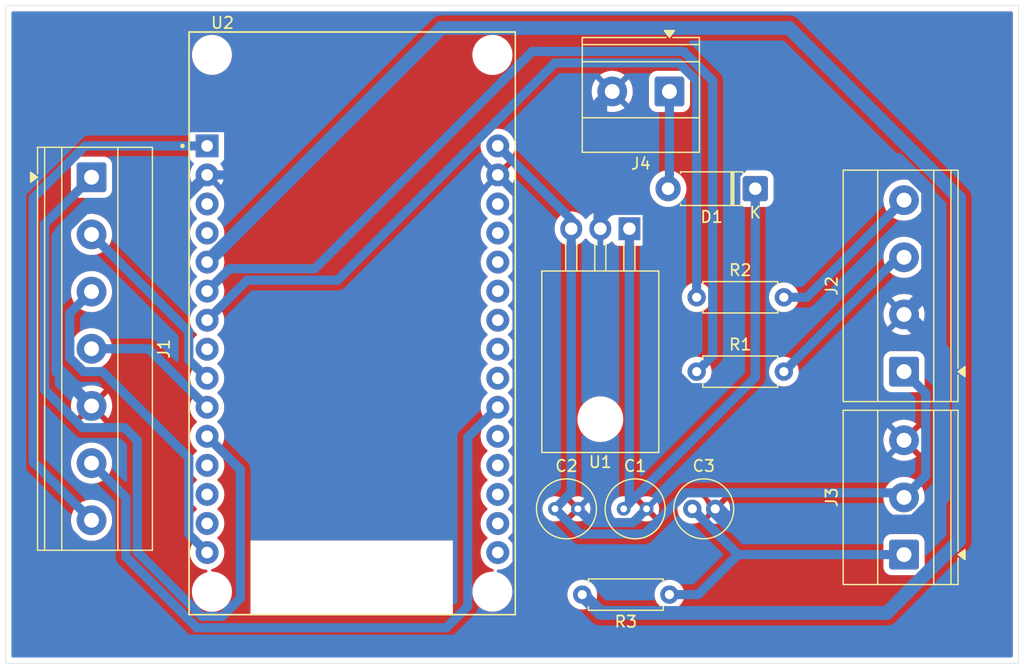
<source format=kicad_pcb>
(kicad_pcb (version 20241229) (generator "pcbnew") (generator_version "9.0")
  (title_block (title "Security Door Lock System") (date "2025-09-22") (rev "0"))
  (layers (0 "F.Cu" signal) (2 "B.Cu" signal) (13 "F.Paste" user) (15 "B.Paste" user) (5 "F.SilkS" user "F.Silkscreen") (7 "B.SilkS" user "B.Silkscreen") (1 "F.Mask" user) (3 "B.Mask" user) (25 "Edge.Cuts" user))
  (net 0 "")
  (net 1 "GND")
  (net 2 "/Servo Signal")
  (net 3 "/VCC")
  (net 4 "/RST")
  (net 5 "/MOSI")
  (net 6 "/MISO")
  (net 7 "/3v3")
  (net 8 "/SCK")
  (net 9 "/SDA")
  (net 10 "/Transmitter")
  (net 11 "/Receiver")
  (net 12 "Net-(U2-RX2)")
  (net 13 "Net-(U2-TX2)")
  (net 14 "Net-(U2-D4)")
  (net 33 "/5V")
  (net 34 "Net-(D1-A)")
  (footprint "Resistor_THT:R_Axial_DIN0207_L6.3mm_D2.5mm_P7.62mm_Horizontal" (layer "F.Cu") (at 146 104.5 180)
    (property "Reference" "R3" (at 3.81 -2.37 0) (layer "F.SilkS"))
    (property "Value" "1k")
    (fp_line (start 7.08 1.37) (end 7.08 1.04) (stroke (width 0.12)) (layer "F.SilkS"))
    (fp_line (start 7.08 -1.37) (end 7.08 -1.04) (stroke (width 0.12)) (layer "F.SilkS"))
    (fp_line (start 0.54 1.37) (end 7.08 1.37) (stroke (width 0.12)) (layer "F.SilkS"))
    (fp_line (start 0.54 1.04) (end 0.54 1.37) (stroke (width 0.12)) (layer "F.SilkS"))
    (fp_line (start 0.54 -1.04) (end 0.54 -1.37) (stroke (width 0.12)) (layer "F.SilkS"))
    (fp_line (start 0.54 -1.37) (end 7.08 -1.37) (stroke (width 0.12)) (layer "F.SilkS"))
    (pad "1" thru_hole circle (at 0 0 180) (size 1.6 1.6) (drill 0.8) (layers "*.Cu" "*.Mask") (net 2 "/Servo Signal"))
    (pad "2" thru_hole circle (at 7.62 0 180) (size 1.6 1.6) (drill 0.8) (layers "*.Cu" "*.Mask") (net 14 "Net-(U2-D4)"))
  )
  (footprint "TerminalBlock_Phoenix:TerminalBlock_Phoenix_MKDS-1,5-4_1x04_P5.00mm_Horizontal" (layer "F.Cu") (at 166.5 85 90)
    (property "Reference" "J2" (at 7.5 -6.32 90) (layer "F.SilkS"))
    (property "Value" "R307s")
    (fp_line (start 17.62 -5.32) (end 17.62 4.72) (stroke (width 0.12)) (layer "F.SilkS"))
    (fp_line (start -2.62 -5.32) (end 17.62 -5.32) (stroke (width 0.12)) (layer "F.SilkS"))
    (fp_line (start -2.62 -2.3) (end 17.62 -2.3) (stroke (width 0.12)) (layer "F.SilkS"))
    (fp_line (start -2.62 2.6) (end 17.62 2.6) (stroke (width 0.12)) (layer "F.SilkS"))
    (fp_line (start -2.62 4.1) (end 17.62 4.1) (stroke (width 0.12)) (layer "F.SilkS"))
    (fp_line (start 17.62 4.72) (end 0.3 4.72) (stroke (width 0.12)) (layer "F.SilkS"))
    (fp_line (start -0.3 4.72) (end -2.62 4.72) (stroke (width 0.12)) (layer "F.SilkS"))
    (fp_line (start -2.62 4.72) (end -2.62 -5.32) (stroke (width 0.12)) (layer "F.SilkS"))
    (fp_poly (pts (xy 0 4.72) (xy 0.44 5.33) (xy -0.44 5.33)) (stroke (width 0.12)) (fill yes) (layer "F.SilkS"))
    (pad "1" thru_hole roundrect (at 0 0 90) (size 2.6 2.6) (drill 1.3) (layers "*.Cu" "*.Mask") (roundrect_rratio 0.096154) (net 33 "/5V"))
    (pad "2" thru_hole circle (at 5 0 90) (size 2.6 2.6) (drill 1.3) (layers "*.Cu" "*.Mask") (net 1 "GND"))
    (pad "3" thru_hole circle (at 10 0 90) (size 2.6 2.6) (drill 1.3) (layers "*.Cu" "*.Mask") (net 11 "/Receiver"))
    (pad "4" thru_hole circle (at 15 0 90) (size 2.6 2.6) (drill 1.3) (layers "*.Cu" "*.Mask") (net 10 "/Transmitter"))
  )
  (footprint "Resistor_THT:R_Axial_DIN0207_L6.3mm_D2.5mm_P7.62mm_Horizontal" (layer "F.Cu") (at 148.38 85)
    (property "Reference" "R1" (at 3.81 -2.37 0) (layer "F.SilkS"))
    (property "Value" "10k")
    (fp_line (start 0.54 -1.37) (end 7.08 -1.37) (stroke (width 0.12)) (layer "F.SilkS"))
    (fp_line (start 0.54 -1.04) (end 0.54 -1.37) (stroke (width 0.12)) (layer "F.SilkS"))
    (fp_line (start 0.54 1.04) (end 0.54 1.37) (stroke (width 0.12)) (layer "F.SilkS"))
    (fp_line (start 0.54 1.37) (end 7.08 1.37) (stroke (width 0.12)) (layer "F.SilkS"))
    (fp_line (start 7.08 -1.37) (end 7.08 -1.04) (stroke (width 0.12)) (layer "F.SilkS"))
    (fp_line (start 7.08 1.37) (end 7.08 1.04) (stroke (width 0.12)) (layer "F.SilkS"))
    (pad "1" thru_hole circle (at 0 0) (size 1.6 1.6) (drill 0.8) (layers "*.Cu" "*.Mask") (net 12 "Net-(U2-RX2)"))
    (pad "2" thru_hole circle (at 7.62 0) (size 1.6 1.6) (drill 0.8) (layers "*.Cu" "*.Mask") (net 11 "/Receiver"))
  )
  (footprint "Capacitor_THT:C_Radial_D5.0mm_H7.0mm_P2.00mm" (layer "F.Cu") (at 136 97)
    (property "Reference" "C2" (at 1 -3.75 0) (layer "F.SilkS"))
    (property "Value" "50uF")
    (fp_circle (center 1 0) (end 3.62 0) (stroke (width 0.12)) (fill no) (layer "F.SilkS"))
    (pad "1" thru_hole circle (at 0 0) (size 1.2 1.2) (drill 0.6) (layers "*.Cu" "*.Mask") (net 33 "/5V"))
    (pad "2" thru_hole circle (at 2 0) (size 1.2 1.2) (drill 0.6) (layers "*.Cu" "*.Mask") (net 1 "GND"))
  )
  (footprint "TerminalBlock_Phoenix:TerminalBlock_Phoenix_MKDS-1,5-2_1x02_P5.00mm_Horizontal" (layer "F.Cu") (at 146 60.5 180)
    (property "Reference" "J4" (at 2.5 -6.32 0) (layer "F.SilkS"))
    (property "Value" "Power In")
    (fp_line (start 7.62 4.72) (end 0.3 4.72) (stroke (width 0.12)) (layer "F.SilkS"))
    (fp_line (start 7.62 -5.32) (end 7.62 4.72) (stroke (width 0.12)) (layer "F.SilkS"))
    (fp_line (start -0.3 4.72) (end -2.62 4.72) (stroke (width 0.12)) (layer "F.SilkS"))
    (fp_line (start -2.62 4.72) (end -2.62 -5.32) (stroke (width 0.12)) (layer "F.SilkS"))
    (fp_line (start -2.62 4.1) (end 7.62 4.1) (stroke (width 0.12)) (layer "F.SilkS"))
    (fp_line (start -2.62 2.6) (end 7.62 2.6) (stroke (width 0.12)) (layer "F.SilkS"))
    (fp_line (start -2.62 -2.3) (end 7.62 -2.3) (stroke (width 0.12)) (layer "F.SilkS"))
    (fp_line (start -2.62 -5.32) (end 7.62 -5.32) (stroke (width 0.12)) (layer "F.SilkS"))
    (fp_poly (pts (xy 0 4.72) (xy 0.44 5.33) (xy -0.44 5.33)) (stroke (width 0.12)) (fill yes) (layer "F.SilkS"))
    (pad "1" thru_hole roundrect (at 0 0 180) (size 2.6 2.6) (drill 1.3) (layers "*.Cu" "*.Mask") (roundrect_rratio 0.096154) (net 34 "Net-(D1-A)"))
    (pad "2" thru_hole circle (at 5 0 180) (size 2.6 2.6) (drill 1.3) (layers "*.Cu" "*.Mask") (net 1 "GND"))
  )
  (footprint "Capacitor_THT:C_Radial_D5.0mm_H11.0mm_P2.00mm" (layer "F.Cu") (at 148 97)
    (property "Reference" "C3" (at 1 -3.75 0) (layer "F.SilkS"))
    (property "Value" "1uF")
    (fp_circle (center 1 0) (end 3.62 0) (stroke (width 0.12)) (fill no) (layer "F.SilkS"))
    (pad "1" thru_hole circle (at 0 0) (size 1.6 1.6) (drill 0.8) (layers "*.Cu" "*.Mask") (net 2 "/Servo Signal"))
    (pad "2" thru_hole circle (at 2 0) (size 1.6 1.6) (drill 0.8) (layers "*.Cu" "*.Mask") (net 1 "GND"))
  )
  (footprint "TerminalBlock_Phoenix:TerminalBlock_Phoenix_MKDS-1,5-3_1x03_P5.00mm_Horizontal" (layer "F.Cu") (at 166.5 101 90)
    (property "Reference" "J3" (at 5 -6.32 90) (layer "F.SilkS"))
    (property "Value" "Servo")
    (fp_line (start 12.62 -5.32) (end 12.62 4.72) (stroke (width 0.12)) (layer "F.SilkS"))
    (fp_line (start -2.62 -5.32) (end 12.62 -5.32) (stroke (width 0.12)) (layer "F.SilkS"))
    (fp_line (start -2.62 -2.3) (end 12.62 -2.3) (stroke (width 0.12)) (layer "F.SilkS"))
    (fp_line (start -2.62 2.6) (end 12.62 2.6) (stroke (width 0.12)) (layer "F.SilkS"))
    (fp_line (start -2.62 4.1) (end 12.62 4.1) (stroke (width 0.12)) (layer "F.SilkS"))
    (fp_line (start 12.62 4.72) (end 0.3 4.72) (stroke (width 0.12)) (layer "F.SilkS"))
    (fp_line (start -0.3 4.72) (end -2.62 4.72) (stroke (width 0.12)) (layer "F.SilkS"))
    (fp_line (start -2.62 4.72) (end -2.62 -5.32) (stroke (width 0.12)) (layer "F.SilkS"))
    (fp_poly (pts (xy 0 4.72) (xy 0.44 5.33) (xy -0.44 5.33)) (stroke (width 0.12)) (fill yes) (layer "F.SilkS"))
    (pad "1" thru_hole roundrect (at 0 0 90) (size 2.6 2.6) (drill 1.3) (layers "*.Cu" "*.Mask") (roundrect_rratio 0.096154) (net 2 "/Servo Signal"))
    (pad "2" thru_hole circle (at 5 0 90) (size 2.6 2.6) (drill 1.3) (layers "*.Cu" "*.Mask") (net 33 "/5V"))
    (pad "3" thru_hole circle (at 10 0 90) (size 2.6 2.6) (drill 1.3) (layers "*.Cu" "*.Mask") (net 1 "GND"))
  )
  (footprint "Resistor_THT:R_Axial_DIN0207_L6.3mm_D2.5mm_P7.62mm_Horizontal" (layer "F.Cu") (at 148.38 78.5)
    (property "Reference" "R2" (at 3.81 -2.37 0) (layer "F.SilkS"))
    (property "Value" "10k")
    (fp_line (start 0.54 -1.37) (end 7.08 -1.37) (stroke (width 0.12)) (layer "F.SilkS"))
    (fp_line (start 0.54 -1.04) (end 0.54 -1.37) (stroke (width 0.12)) (layer "F.SilkS"))
    (fp_line (start 0.54 1.04) (end 0.54 1.37) (stroke (width 0.12)) (layer "F.SilkS"))
    (fp_line (start 0.54 1.37) (end 7.08 1.37) (stroke (width 0.12)) (layer "F.SilkS"))
    (fp_line (start 7.08 -1.37) (end 7.08 -1.04) (stroke (width 0.12)) (layer "F.SilkS"))
    (fp_line (start 7.08 1.37) (end 7.08 1.04) (stroke (width 0.12)) (layer "F.SilkS"))
    (pad "1" thru_hole circle (at 0 0) (size 1.6 1.6) (drill 0.8) (layers "*.Cu" "*.Mask") (net 13 "Net-(U2-TX2)"))
    (pad "2" thru_hole circle (at 7.62 0) (size 1.6 1.6) (drill 0.8) (layers "*.Cu" "*.Mask") (net 10 "/Transmitter"))
  )
  (footprint "Diode_THT:D_DO-41_SOD81_P7.62mm_Horizontal" (layer "F.Cu") (at 153.5 69 180)
    (property "Reference" "D1" (at 3.81 -2.47 0) (layer "F.SilkS"))
    (property "Value" "1N5817")
    (fp_line (start 6.53 1.47) (end 6.53 1.34) (stroke (width 0.12)) (layer "F.SilkS"))
    (fp_line (start 6.53 -1.47) (end 6.53 -1.34) (stroke (width 0.12)) (layer "F.SilkS"))
    (fp_line (start 2.11 -1.47) (end 2.11 1.47) (stroke (width 0.12)) (layer "F.SilkS"))
    (fp_line (start 1.99 -1.47) (end 1.99 1.47) (stroke (width 0.12)) (layer "F.SilkS"))
    (fp_line (start 1.87 -1.47) (end 1.87 1.47) (stroke (width 0.12)) (layer "F.SilkS"))
    (fp_line (start 1.09 1.47) (end 6.53 1.47) (stroke (width 0.12)) (layer "F.SilkS"))
    (fp_line (start 1.09 1.34) (end 1.09 1.47) (stroke (width 0.12)) (layer "F.SilkS"))
    (fp_line (start 1.09 -1.34) (end 1.09 -1.47) (stroke (width 0.12)) (layer "F.SilkS"))
    (fp_line (start 1.09 -1.47) (end 6.53 -1.47) (stroke (width 0.12)) (layer "F.SilkS"))
    (fp_text user "K" (at 0 -2.1 0) (layer "F.SilkS"))
    (pad "1" thru_hole roundrect (at 0 0 180) (size 2.2 2.2) (drill 1.1) (layers "*.Cu" "*.Mask") (roundrect_rratio 0.113636) (net 3 "/VCC"))
    (pad "2" thru_hole circle (at 7.62 0 180) (size 2.2 2.2) (drill 1.1) (layers "*.Cu" "*.Mask") (net 34 "Net-(D1-A)"))
  )
  (footprint "footprints:MODULE_ESP32_DEVKIT_V1" (layer "F.Cu") (at 118.3 80.775)
    (property "Reference" "U2" (at -11.355 -26.275 0) (layer "F.SilkS"))
    (property "Value" "ESP32-DEVKIT-V1")
    (fp_line (start -14.28 -25.475) (end -3.211 -25.475) (stroke (width 0.127)) (layer "F.SilkS"))
    (fp_line (start -14.28 -25.475) (end 14.23 -25.475) (stroke (width 0.127)) (layer "F.SilkS"))
    (fp_line (start -14.28 25.475) (end -14.28 -25.475) (stroke (width 0.127)) (layer "F.SilkS"))
    (fp_line (start -14.28 25.475) (end -14.28 -25.475) (stroke (width 0.127)) (layer "F.SilkS"))
    (fp_line (start -14.28 25.475) (end -8.91 25.475) (stroke (width 0.127)) (layer "F.SilkS"))
    (fp_line (start -8.91 25.475) (end 8.78 25.475) (stroke (width 0.127)) (layer "F.SilkS"))
    (fp_line (start -3.211 -25.475) (end 3.5 -25.475) (stroke (width 0.127)) (layer "F.SilkS"))
    (fp_line (start 3.5 -25.475) (end 14.23 -25.475) (stroke (width 0.127)) (layer "F.SilkS"))
    (fp_line (start 8.78 25.475) (end 14.23 25.475) (stroke (width 0.127)) (layer "F.SilkS"))
    (fp_line (start 14.23 -25.475) (end 14.23 25.475) (stroke (width 0.127)) (layer "F.SilkS"))
    (fp_line (start 14.23 -25.475) (end 14.23 25.475) (stroke (width 0.127)) (layer "F.SilkS"))
    (fp_line (start 14.23 25.475) (end -14.28 25.475) (stroke (width 0.127)) (layer "F.SilkS"))
    (fp_circle (center -14.85 -15.515) (end -14.75 -15.515) (stroke (width 0.2)) (fill no) (layer "F.SilkS"))
    (pad "" np_thru_hole circle (at -12.28 -23.475) (size 3 3) (drill 3) (layers "*.Cu" "*.Mask"))
    (pad "" np_thru_hole circle (at -12.28 23.475) (size 3 3) (drill 3) (layers "*.Cu" "*.Mask"))
    (pad "" np_thru_hole circle (at 12.23 -23.475) (size 3 3) (drill 3) (layers "*.Cu" "*.Mask"))
    (pad "" np_thru_hole circle (at 12.23 23.475) (size 3 3) (drill 3) (layers "*.Cu" "*.Mask"))
    (pad "1" thru_hole rect (at -12.7 -15.515) (size 2 2) (drill 1.02) (layers "*.Cu" "*.Mask") (net 7 "/3v3"))
    (pad "2" thru_hole circle (at -12.7 -12.975) (size 2 2) (drill 1.02) (layers "*.Cu" "*.Mask") (net 1 "GND"))
    (pad "3" thru_hole circle (at -12.7 -10.435) (size 2 2) (drill 1.02) (layers "*.Cu" "*.Mask"))
    (pad "4" thru_hole circle (at -12.7 -7.895) (size 2 2) (drill 1.02) (layers "*.Cu" "*.Mask"))
    (pad "5" thru_hole circle (at -12.7 -5.355) (size 2 2) (drill 1.02) (layers "*.Cu" "*.Mask") (net 14 "Net-(U2-D4)"))
    (pad "6" thru_hole circle (at -12.7 -2.815) (size 2 2) (drill 1.02) (layers "*.Cu" "*.Mask") (net 12 "Net-(U2-RX2)"))
    (pad "7" thru_hole circle (at -12.7 -0.275) (size 2 2) (drill 1.02) (layers "*.Cu" "*.Mask") (net 13 "Net-(U2-TX2)"))
    (pad "8" thru_hole circle (at -12.7 2.265) (size 2 2) (drill 1.02) (layers "*.Cu" "*.Mask"))
    (pad "9" thru_hole circle (at -12.7 4.805) (size 2 2) (drill 1.02) (layers "*.Cu" "*.Mask") (net 8 "/SCK"))
    (pad "10" thru_hole circle (at -12.7 7.345) (size 2 2) (drill 1.02) (layers "*.Cu" "*.Mask") (net 6 "/MISO"))
    (pad "11" thru_hole circle (at -12.7 9.885) (size 2 2) (drill 1.02) (layers "*.Cu" "*.Mask") (net 9 "/SDA"))
    (pad "12" thru_hole circle (at -12.7 12.425) (size 2 2) (drill 1.02) (layers "*.Cu" "*.Mask"))
    (pad "13" thru_hole circle (at -12.7 14.965) (size 2 2) (drill 1.02) (layers "*.Cu" "*.Mask"))
    (pad "14" thru_hole circle (at -12.7 17.505) (size 2 2) (drill 1.02) (layers "*.Cu" "*.Mask"))
    (pad "15" thru_hole circle (at -12.7 20.045) (size 2 2) (drill 1.02) (layers "*.Cu" "*.Mask") (net 5 "/MOSI"))
    (pad "16" thru_hole circle (at 12.7 20.045) (size 2 2) (drill 1.02) (layers "*.Cu" "*.Mask"))
    (pad "17" thru_hole circle (at 12.7 17.505) (size 2 2) (drill 1.02) (layers "*.Cu" "*.Mask"))
    (pad "18" thru_hole circle (at 12.7 14.965) (size 2 2) (drill 1.02) (layers "*.Cu" "*.Mask"))
    (pad "19" thru_hole circle (at 12.7 12.425) (size 2 2) (drill 1.02) (layers "*.Cu" "*.Mask"))
    (pad "20" thru_hole circle (at 12.7 9.885) (size 2 2) (drill 1.02) (layers "*.Cu" "*.Mask"))
    (pad "21" thru_hole circle (at 12.7 7.345) (size 2 2) (drill 1.02) (layers "*.Cu" "*.Mask") (net 4 "/RST"))
    (pad "22" thru_hole circle (at 12.7 4.805) (size 2 2) (drill 1.02) (layers "*.Cu" "*.Mask"))
    (pad "23" thru_hole circle (at 12.7 2.265) (size 2 2) (drill 1.02) (layers "*.Cu" "*.Mask"))
    (pad "24" thru_hole circle (at 12.7 -0.275) (size 2 2) (drill 1.02) (layers "*.Cu" "*.Mask"))
    (pad "25" thru_hole circle (at 12.7 -2.815) (size 2 2) (drill 1.02) (layers "*.Cu" "*.Mask"))
    (pad "26" thru_hole circle (at 12.7 -5.355) (size 2 2) (drill 1.02) (layers "*.Cu" "*.Mask"))
    (pad "27" thru_hole circle (at 12.7 -7.895) (size 2 2) (drill 1.02) (layers "*.Cu" "*.Mask"))
    (pad "28" thru_hole circle (at 12.7 -10.435) (size 2 2) (drill 1.02) (layers "*.Cu" "*.Mask"))
    (pad "29" thru_hole circle (at 12.7 -12.975) (size 2 2) (drill 1.02) (layers "*.Cu" "*.Mask") (net 1 "GND"))
    (pad "30" thru_hole circle (at 12.7 -15.515) (size 2 2) (drill 1.02) (layers "*.Cu" "*.Mask") (net 33 "/5V"))
    (zone (net 0) (net_name "") (layer "F.Cu") (connect_pads (clearance 0)) (min_thickness 0.01)
      (keepout (tracks not_allowed) (vias not_allowed) (pads not_allowed) (copperpour not_allowed) (footprints allowed))
      (fill (thermal_gap 0.508) (thermal_bridge_width 0.508))
      (polygon (pts (xy 109.39 99.76) (xy 127.08 99.76) (xy 127.08 106.25) (xy 109.39 106.25)))
    )
    (zone (net 0) (net_name "") (layer "B.Cu") (connect_pads (clearance 0)) (min_thickness 0.01)
      (keepout (tracks not_allowed) (vias not_allowed) (pads not_allowed) (copperpour not_allowed) (footprints allowed))
      (fill (thermal_gap 0.508) (thermal_bridge_width 0.508))
      (polygon (pts (xy 109.39 99.76) (xy 127.08 99.76) (xy 127.08 106.25) (xy 109.39 106.25)))
    )
  )
  (footprint "Package_TO_SOT_THT:TO-220-3_Horizontal_TabDown" (layer "F.Cu") (at 142.5 72.5 180)
    (property "Reference" "U1" (at 2.54 -20.41 0) (layer "F.SilkS"))
    (property "Value" "L7805")
    (fp_line (start 7.65 -3.7) (end 7.65 -19.57) (stroke (width 0.12)) (layer "F.SilkS"))
    (fp_line (start 5.565 -3.7) (end 5.565 -1.26) (stroke (width 0.12)) (layer "F.SilkS"))
    (fp_line (start 4.595 -3.7) (end 4.595 -1.26) (stroke (width 0.12)) (layer "F.SilkS"))
    (fp_line (start 3.025 -3.7) (end 3.025 -1.26) (stroke (width 0.12)) (layer "F.SilkS"))
    (fp_line (start 2.055 -3.7) (end 2.055 -1.26) (stroke (width 0.12)) (layer "F.SilkS"))
    (fp_line (start 0.485 -3.7) (end 0.485 -1.26) (stroke (width 0.12)) (layer "F.SilkS"))
    (fp_line (start -0.485 -3.7) (end -0.485 -1.26) (stroke (width 0.12)) (layer "F.SilkS"))
    (fp_line (start -2.57 -3.7) (end 7.65 -3.7) (stroke (width 0.12)) (layer "F.SilkS"))
    (fp_line (start -2.57 -3.7) (end -2.57 -19.57) (stroke (width 0.12)) (layer "F.SilkS"))
    (fp_line (start -2.57 -19.57) (end 7.65 -19.57) (stroke (width 0.12)) (layer "F.SilkS"))
    (pad "" np_thru_hole circle (at 2.54 -16.66 180) (size 3.5 3.5) (drill 3.5) (layers "*.Cu" "*.Mask"))
    (pad "1" thru_hole rect (at 0 0 180) (size 1.905 2) (drill 1.1) (layers "*.Cu" "*.Mask") (net 3 "/VCC"))
    (pad "2" thru_hole oval (at 2.54 0 180) (size 1.905 2) (drill 1.1) (layers "*.Cu" "*.Mask") (net 1 "GND"))
    (pad "3" thru_hole oval (at 5.08 0 180) (size 1.905 2) (drill 1.1) (layers "*.Cu" "*.Mask") (net 33 "/5V"))
  )
  (footprint "TerminalBlock_Phoenix:TerminalBlock_Phoenix_MKDS-1,5-7_1x07_P5.00mm_Horizontal" (layer "F.Cu") (at 95.5 68 -90)
    (property "Reference" "J1" (at 15 -6.32 90) (layer "F.SilkS"))
    (property "Value" "RFID-RC522")
    (fp_line (start -2.62 4.72) (end -2.62 -5.32) (stroke (width 0.12)) (layer "F.SilkS"))
    (fp_line (start -0.3 4.72) (end -2.62 4.72) (stroke (width 0.12)) (layer "F.SilkS"))
    (fp_line (start 32.62 4.72) (end 0.3 4.72) (stroke (width 0.12)) (layer "F.SilkS"))
    (fp_line (start -2.62 4.1) (end 32.62 4.1) (stroke (width 0.12)) (layer "F.SilkS"))
    (fp_line (start -2.62 2.6) (end 32.62 2.6) (stroke (width 0.12)) (layer "F.SilkS"))
    (fp_line (start -2.62 -2.3) (end 32.62 -2.3) (stroke (width 0.12)) (layer "F.SilkS"))
    (fp_line (start -2.62 -5.32) (end 32.62 -5.32) (stroke (width 0.12)) (layer "F.SilkS"))
    (fp_line (start 32.62 -5.32) (end 32.62 4.72) (stroke (width 0.12)) (layer "F.SilkS"))
    (fp_poly (pts (xy 0 4.72) (xy 0.44 5.33) (xy -0.44 5.33)) (stroke (width 0.12)) (fill yes) (layer "F.SilkS"))
    (pad "1" thru_hole roundrect (at 0 0 270) (size 2.6 2.6) (drill 1.3) (layers "*.Cu" "*.Mask") (roundrect_rratio 0.096154) (net 9 "/SDA"))
    (pad "2" thru_hole circle (at 5 0 270) (size 2.6 2.6) (drill 1.3) (layers "*.Cu" "*.Mask") (net 8 "/SCK"))
    (pad "3" thru_hole circle (at 10 0 270) (size 2.6 2.6) (drill 1.3) (layers "*.Cu" "*.Mask") (net 5 "/MOSI"))
    (pad "4" thru_hole circle (at 15 0 270) (size 2.6 2.6) (drill 1.3) (layers "*.Cu" "*.Mask") (net 6 "/MISO"))
    (pad "5" thru_hole circle (at 20 0 270) (size 2.6 2.6) (drill 1.3) (layers "*.Cu" "*.Mask") (net 1 "GND"))
    (pad "6" thru_hole circle (at 25 0 270) (size 2.6 2.6) (drill 1.3) (layers "*.Cu" "*.Mask") (net 4 "/RST"))
    (pad "7" thru_hole circle (at 30 0 270) (size 2.6 2.6) (drill 1.3) (layers "*.Cu" "*.Mask") (net 7 "/3v3"))
  )
  (footprint "Capacitor_THT:C_Radial_D5.0mm_H7.0mm_P2.00mm" (layer "F.Cu") (at 142 97)
    (property "Reference" "C1" (at 1 -3.75 0) (layer "F.SilkS"))
    (property "Value" "100uF")
    (fp_circle (center 1 0) (end 3.62 0) (stroke (width 0.12)) (fill no) (layer "F.SilkS"))
    (pad "1" thru_hole circle (at 0 0) (size 1.2 1.2) (drill 0.6) (layers "*.Cu" "*.Mask") (net 3 "/VCC"))
    (pad "2" thru_hole circle (at 2 0) (size 1.2 1.2) (drill 0.6) (layers "*.Cu" "*.Mask") (net 1 "GND"))
  )
  (gr_rect (start 88 53) (end 176.5 110.5) (stroke (width 0.05)) (fill no) (layer "Edge.Cuts"))
  (segment (start 89.395 69.378948) (end 95.114948 63.659) (width 0.8) (layer "B.Cu") (net 1))
  (segment (start 139.96 71.4855) (end 140.7465 70.699) (width 1.2) (layer "B.Cu") (net 1))
  (segment (start 169.752 83.252) (end 166.5 80) (width 1.5) (layer "B.Cu") (net 1))
  (segment (start 92.498 84.998) (end 92.498 73.172158) (width 1) (layer "B.Cu") (net 1))
  (segment (start 144.2535 83.137656) (end 147.716844 86.601) (width 1.2) (layer "B.Cu") (net 1))
  (segment (start 151.251 98.251) (end 167.432395 98.251) (width 1.5) (layer "B.Cu") (net 1))
  (segment (start 139.201 98.201) (end 142.799 98.201) (width 0.8) (layer "B.Cu") (net 1))
  (segment (start 167.432395 98.251) (end 169.752 95.931395) (width 1.5) (layer "B.Cu") (net 1))
  (segment (start 151.599 67.707734) (end 152.806734 66.5) (width 1.2) (layer "B.Cu") (net 1))
  (segment (start 132.681 69.481) (end 132.681 105.140973) (width 0.8) (layer "B.Cu") (net 1))
  (segment (start 107.5 63.958) (end 107.5 67.5) (width 0.8) (layer "B.Cu") (net 1))
  (segment (start 107.5 67.5) (end 107.2 67.8) (width 0.8) (layer "B.Cu") (net 1))
  (segment (start 102.9 70.5) (end 105.6 67.8) (width 1) (layer "B.Cu") (net 1))
  (segment (start 102.903 108.403) (end 89.395 94.895) (width 0.8) (layer "B.Cu") (net 1))
  (segment (start 168.601 69.129737) (end 168.601 77.899) (width 1.2) (layer "B.Cu") (net 1))
  (segment (start 107.201 63.659) (end 107.5 63.958) (width 0.8) (layer "B.Cu") (net 1))
  (segment (start 89.395 94.895) (end 89.395 69.378948) (width 0.8) (layer "B.Cu") (net 1))
  (segment (start 95.170158 70.5) (end 102.9 70.5) (width 1) (layer "B.Cu") (net 1))
  (segment (start 165.971263 66.5) (end 168.601 69.129737) (width 1.2) (layer "B.Cu") (net 1))
  (segment (start 92.498 73.172158) (end 95.170158 70.5) (width 1) (layer "B.Cu") (net 1))
  (segment (start 142.799 98.201) (end 144 97) (width 0.8) (layer "B.Cu") (net 1))
  (segment (start 149.399 86.601) (end 151.599 84.401) (width 1.2) (layer "B.Cu") (net 1))
  (segment (start 131 67.8) (end 132.681 69.481) (width 0.8) (layer "B.Cu") (net 1))
  (segment (start 95.114948 63.659) (end 107.201 63.659) (width 0.8) (layer "B.Cu") (net 1))
  (segment (start 150 97) (end 151.251 98.251) (width 1.5) (layer "B.Cu") (net 1))
  (segment (start 139.96 61.54) (end 139.96 72.5) (width 1.2) (layer "B.Cu") (net 1))
  (segment (start 129.418973 108.403) (end 102.903 108.403) (width 0.8) (layer "B.Cu") (net 1))
  (segment (start 95.5 88) (end 92.498 84.998) (width 1) (layer "B.Cu") (net 1))
  (segment (start 152.806734 66.5) (end 165.971263 66.5) (width 1.2) (layer "B.Cu") (net 1))
  (segment (start 132.681 105.140973) (end 129.418973 108.403) (width 0.8) (layer "B.Cu") (net 1))
  (segment (start 151.599 84.401) (end 151.599 67.707734) (width 1.2) (layer "B.Cu") (net 1))
  (segment (start 144.2535 70.699) (end 144.2535 83.137656) (width 1.2) (layer "B.Cu") (net 1))
  (segment (start 169.752 95.931395) (end 169.752 83.252) (width 1.5) (layer "B.Cu") (net 1))
  (segment (start 141 60.5) (end 139.96 61.54) (width 1.2) (layer "B.Cu") (net 1))
  (segment (start 168.601 77.899) (end 166.5 80) (width 1.2) (layer "B.Cu") (net 1))
  (segment (start 140.7465 70.699) (end 144.2535 70.699) (width 1.2) (layer "B.Cu") (net 1))
  (segment (start 147.716844 86.601) (end 149.399 86.601) (width 1.2) (layer "B.Cu") (net 1))
  (segment (start 139.96 72.5) (end 139.96 71.4855) (width 1.2) (layer "B.Cu") (net 1))
  (segment (start 138 97) (end 139.201 98.201) (width 0.8) (layer "B.Cu") (net 1))
  (segment (start 107.2 67.8) (end 105.6 67.8) (width 0.8) (layer "B.Cu") (net 1))
  (segment (start 148.5 104.5) (end 152 101) (width 0.8) (layer "B.Cu") (net 2))
  (segment (start 146 104.5) (end 148.5 104.5) (width 0.8) (layer "B.Cu") (net 2))
  (segment (start 152 101) (end 148 97) (width 0.8) (layer "B.Cu") (net 2))
  (segment (start 166.5 101) (end 152 101) (width 0.8) (layer "B.Cu") (net 2))
  (segment (start 153.5 85.5) (end 142 97) (width 0.8) (layer "B.Cu") (net 3))
  (segment (start 142 97) (end 142.5 96.5) (width 0.8) (layer "B.Cu") (net 3))
  (segment (start 153.5 69) (end 153.5 85.5) (width 0.8) (layer "B.Cu") (net 3))
  (segment (start 142.5 96.5) (end 142.5 72.5) (width 0.8) (layer "B.Cu") (net 3))
  (segment (start 128.379 105.5181) (end 128.379 90.741) (width 0.8) (layer "B.Cu") (net 4))
  (segment (start 98.499 101.186601) (end 104.714399 107.402) (width 0.8) (layer "B.Cu") (net 4))
  (segment (start 126.4951 107.402) (end 128.379 105.5181) (width 0.8) (layer "B.Cu") (net 4))
  (segment (start 98.499 95.999) (end 98.499 101.186601) (width 0.8) (layer "B.Cu") (net 4))
  (segment (start 104.714399 107.402) (end 126.4951 107.402) (width 0.8) (layer "B.Cu") (net 4))
  (segment (start 95.5 93) (end 98.499 95.999) (width 0.8) (layer "B.Cu") (net 4))
  (segment (start 128.379 90.741) (end 131 88.12) (width 0.8) (layer "B.Cu") (net 4))
  (segment (start 103.999 92.536844) (end 103.999 99.219) (width 0.8) (layer "B.Cu") (net 5))
  (segment (start 93.599 83.78742) (end 94.81158 85) (width 0.8) (layer "B.Cu") (net 5))
  (segment (start 103.999 99.219) (end 105.6 100.82) (width 0.8) (layer "B.Cu") (net 5))
  (segment (start 95.5 78) (end 93.599 79.901) (width 0.8) (layer "B.Cu") (net 5))
  (segment (start 94.81158 85) (end 96.462156 85) (width 0.8) (layer "B.Cu") (net 5))
  (segment (start 93.599 79.901) (end 93.599 83.78742) (width 0.8) (layer "B.Cu") (net 5))
  (segment (start 96.462156 85) (end 103.999 92.536844) (width 0.8) (layer "B.Cu") (net 5))
  (segment (start 100.48 83) (end 95.5 83) (width 0.8) (layer "B.Cu") (net 6))
  (segment (start 105.6 88.12) (end 100.48 83) (width 0.8) (layer "B.Cu") (net 6))
  (segment (start 95.5 98) (end 90.396 92.896) (width 0.8) (layer "B.Cu") (net 7))
  (segment (start 90.396 69.793576) (end 94.929576 65.26) (width 0.8) (layer "B.Cu") (net 7))
  (segment (start 90.396 92.896) (end 90.396 69.793576) (width 0.8) (layer "B.Cu") (net 7))
  (segment (start 94.929576 65.26) (end 105.6 65.26) (width 0.8) (layer "B.Cu") (net 7))
  (segment (start 103.999 83.979) (end 103.999 81.499) (width 0.8) (layer "B.Cu") (net 8))
  (segment (start 105.6 85.58) (end 103.999 83.979) (width 0.8) (layer "B.Cu") (net 8))
  (segment (start 103.999 81.499) (end 95.5 73) (width 0.8) (layer "B.Cu") (net 8))
  (segment (start 108.5 104.811973) (end 108.5 93.56) (width 0.8) (layer "B.Cu") (net 9))
  (segment (start 99.5 91.01458) (end 99.5 100.771973) (width 0.8) (layer "B.Cu") (net 9))
  (segment (start 95.5 68) (end 91.397 72.103) (width 0.8) (layer "B.Cu") (net 9))
  (segment (start 98.38642 89.901) (end 99.5 91.01458) (width 0.8) (layer "B.Cu") (net 9))
  (segment (start 108.5 93.56) (end 105.6 90.66) (width 0.8) (layer "B.Cu") (net 9))
  (segment (start 91.397 72.103) (end 91.397 86.58542) (width 0.8) (layer "B.Cu") (net 9))
  (segment (start 105.129027 106.401) (end 106.910973 106.401) (width 0.8) (layer "B.Cu") (net 9))
  (segment (start 91.397 86.58542) (end 94.71258 89.901) (width 0.8) (layer "B.Cu") (net 9))
  (segment (start 94.71258 89.901) (end 98.38642 89.901) (width 0.8) (layer "B.Cu") (net 9))
  (segment (start 99.5 100.771973) (end 105.129027 106.401) (width 0.8) (layer "B.Cu") (net 9))
  (segment (start 106.910973 106.401) (end 108.5 104.811973) (width 0.8) (layer "B.Cu") (net 9))
  (segment (start 156 78.5) (end 158 78.5) (width 0.8) (layer "B.Cu") (net 10))
  (segment (start 158 78.5) (end 166.5 70) (width 0.8) (layer "B.Cu") (net 10))
  (segment (start 166 75) (end 166.5 75) (width 0.8) (layer "B.Cu") (net 11))
  (segment (start 156 85) (end 166 75) (width 0.8) (layer "B.Cu") (net 11))
  (segment (start 147.225052 56.999) (end 134.001 56.999) (width 0.8) (layer "B.Cu") (net 12))
  (segment (start 149.781 59.554948) (end 147.225052 56.999) (width 0.8) (layer "B.Cu") (net 12))
  (segment (start 115.001 75.999) (end 107.561 75.999) (width 0.8) (layer "B.Cu") (net 12))
  (segment (start 134.001 56.999) (end 115.001 75.999) (width 0.8) (layer "B.Cu") (net 12))
  (segment (start 107.561 75.999) (end 105.6 77.96) (width 0.8) (layer "B.Cu") (net 12))
  (segment (start 148.38 85) (end 149.781 83.599) (width 0.8) (layer "B.Cu") (net 12))
  (segment (start 149.781 83.599) (end 149.781 59.554948) (width 0.8) (layer "B.Cu") (net 12))
  (segment (start 146.810424 58) (end 135.995844 58) (width 0.8) (layer "B.Cu") (net 13))
  (segment (start 117 77) (end 109.1 77) (width 0.8) (layer "B.Cu") (net 13))
  (segment (start 109.1 77) (end 105.6 80.5) (width 0.8) (layer "B.Cu") (net 13))
  (segment (start 135.995844 58) (end 117 76.995844) (width 0.8) (layer "B.Cu") (net 13))
  (segment (start 117 76.995844) (end 117 77) (width 0.8) (layer "B.Cu") (net 13))
  (segment (start 148.38 59.569576) (end 146.810424 58) (width 0.8) (layer "B.Cu") (net 13))
  (segment (start 148.38 78.5) (end 148.38 59.569576) (width 0.8) (layer "B.Cu") (net 13))
  (segment (start 139.981 106.101) (end 164.992266 106.101) (width 1.2) (layer "B.Cu") (net 14))
  (segment (start 171.303 99.790266) (end 171.303 69.803) (width 1.2) (layer "B.Cu") (net 14))
  (segment (start 164.992266 106.101) (end 171.303 99.790266) (width 1.2) (layer "B.Cu") (net 14))
  (segment (start 105.606999 75.42) (end 105.6 75.42) (width 1.2) (layer "B.Cu") (net 14))
  (segment (start 126.077999 54.949) (end 105.606999 75.42) (width 1.2) (layer "B.Cu") (net 14))
  (segment (start 156.449 54.949) (end 126.077999 54.949) (width 1.2) (layer "B.Cu") (net 14))
  (segment (start 171.303 69.803) (end 156.449 54.949) (width 1.2) (layer "B.Cu") (net 14))
  (segment (start 138.38 104.5) (end 139.981 106.101) (width 1.2) (layer "B.Cu") (net 14))
  (segment (start 166.099 95.599) (end 166.5 96) (width 0.8) (layer "B.Cu") (net 33))
  (segment (start 143.816686 99.202) (end 147.419686 95.599) (width 0.8) (layer "B.Cu") (net 33))
  (segment (start 168.401 86.901) (end 168.401 94.099) (width 0.8) (layer "B.Cu") (net 33))
  (segment (start 131 65.26) (end 137.42 71.68) (width 0.8) (layer "B.Cu") (net 33))
  (segment (start 137.42 72.5) (end 137.42 95.58) (width 0.8) (layer "B.Cu") (net 33))
  (segment (start 166.5 85) (end 168.401 86.901) (width 0.8) (layer "B.Cu") (net 33))
  (segment (start 136 97) (end 138.202 99.202) (width 0.8) (layer "B.Cu") (net 33))
  (segment (start 137.42 95.58) (end 136 97) (width 0.8) (layer "B.Cu") (net 33))
  (segment (start 137.42 71.68) (end 137.42 72.5) (width 0.8) (layer "B.Cu") (net 33))
  (segment (start 147.419686 95.599) (end 166.099 95.599) (width 0.8) (layer "B.Cu") (net 33))
  (segment (start 138.202 99.202) (end 143.816686 99.202) (width 0.8) (layer "B.Cu") (net 33))
  (segment (start 168.401 94.099) (end 166.5 96) (width 0.8) (layer "B.Cu") (net 33))
  (segment (start 146 60.5) (end 146 68.88) (width 0.8) (layer "B.Cu") (net 34))
  (segment (start 146 68.88) (end 145.88 69) (width 0.8) (layer "B.Cu") (net 34))
  (zone (net 1) (net_name "GND") (layers "F.Cu" "B.Cu") (connect_pads (clearance 0.5)) (min_thickness 0.25) (fill yes (thermal_gap 0.5) (thermal_bridge_width 0.5))
    (polygon (pts (xy 87.5 52.5) (xy 87.5 111) (xy 177 111) (xy 177 52.5)))
  )
)
</source>
